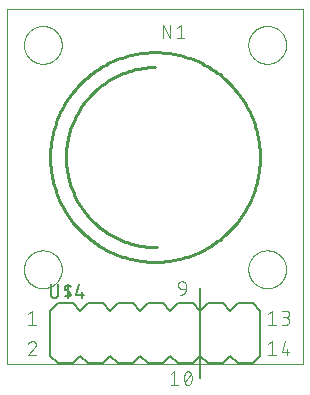
<source format=gto>
G75*
%MOIN*%
%OFA0B0*%
%FSLAX25Y25*%
%IPPOS*%
%LPD*%
%AMOC8*
5,1,8,0,0,1.08239X$1,22.5*
%
%ADD10C,0.00000*%
%ADD11C,0.01000*%
%ADD12C,0.00400*%
%ADD13C,0.00600*%
%ADD14C,0.00500*%
D10*
X0001000Y0010264D02*
X0001000Y0128374D01*
X0099425Y0128374D01*
X0099425Y0010264D01*
X0001000Y0010264D01*
X0006512Y0041760D02*
X0006514Y0041918D01*
X0006520Y0042076D01*
X0006530Y0042234D01*
X0006544Y0042392D01*
X0006562Y0042549D01*
X0006583Y0042706D01*
X0006609Y0042862D01*
X0006639Y0043018D01*
X0006672Y0043173D01*
X0006710Y0043326D01*
X0006751Y0043479D01*
X0006796Y0043631D01*
X0006845Y0043782D01*
X0006898Y0043931D01*
X0006954Y0044079D01*
X0007014Y0044225D01*
X0007078Y0044370D01*
X0007146Y0044513D01*
X0007217Y0044655D01*
X0007291Y0044795D01*
X0007369Y0044932D01*
X0007451Y0045068D01*
X0007535Y0045202D01*
X0007624Y0045333D01*
X0007715Y0045462D01*
X0007810Y0045589D01*
X0007907Y0045714D01*
X0008008Y0045836D01*
X0008112Y0045955D01*
X0008219Y0046072D01*
X0008329Y0046186D01*
X0008442Y0046297D01*
X0008557Y0046406D01*
X0008675Y0046511D01*
X0008796Y0046613D01*
X0008919Y0046713D01*
X0009045Y0046809D01*
X0009173Y0046902D01*
X0009303Y0046992D01*
X0009436Y0047078D01*
X0009571Y0047162D01*
X0009707Y0047241D01*
X0009846Y0047318D01*
X0009987Y0047390D01*
X0010129Y0047460D01*
X0010273Y0047525D01*
X0010419Y0047587D01*
X0010566Y0047645D01*
X0010715Y0047700D01*
X0010865Y0047751D01*
X0011016Y0047798D01*
X0011168Y0047841D01*
X0011321Y0047880D01*
X0011476Y0047916D01*
X0011631Y0047947D01*
X0011787Y0047975D01*
X0011943Y0047999D01*
X0012100Y0048019D01*
X0012258Y0048035D01*
X0012415Y0048047D01*
X0012574Y0048055D01*
X0012732Y0048059D01*
X0012890Y0048059D01*
X0013048Y0048055D01*
X0013207Y0048047D01*
X0013364Y0048035D01*
X0013522Y0048019D01*
X0013679Y0047999D01*
X0013835Y0047975D01*
X0013991Y0047947D01*
X0014146Y0047916D01*
X0014301Y0047880D01*
X0014454Y0047841D01*
X0014606Y0047798D01*
X0014757Y0047751D01*
X0014907Y0047700D01*
X0015056Y0047645D01*
X0015203Y0047587D01*
X0015349Y0047525D01*
X0015493Y0047460D01*
X0015635Y0047390D01*
X0015776Y0047318D01*
X0015915Y0047241D01*
X0016051Y0047162D01*
X0016186Y0047078D01*
X0016319Y0046992D01*
X0016449Y0046902D01*
X0016577Y0046809D01*
X0016703Y0046713D01*
X0016826Y0046613D01*
X0016947Y0046511D01*
X0017065Y0046406D01*
X0017180Y0046297D01*
X0017293Y0046186D01*
X0017403Y0046072D01*
X0017510Y0045955D01*
X0017614Y0045836D01*
X0017715Y0045714D01*
X0017812Y0045589D01*
X0017907Y0045462D01*
X0017998Y0045333D01*
X0018087Y0045202D01*
X0018171Y0045068D01*
X0018253Y0044932D01*
X0018331Y0044795D01*
X0018405Y0044655D01*
X0018476Y0044513D01*
X0018544Y0044370D01*
X0018608Y0044225D01*
X0018668Y0044079D01*
X0018724Y0043931D01*
X0018777Y0043782D01*
X0018826Y0043631D01*
X0018871Y0043479D01*
X0018912Y0043326D01*
X0018950Y0043173D01*
X0018983Y0043018D01*
X0019013Y0042862D01*
X0019039Y0042706D01*
X0019060Y0042549D01*
X0019078Y0042392D01*
X0019092Y0042234D01*
X0019102Y0042076D01*
X0019108Y0041918D01*
X0019110Y0041760D01*
X0019108Y0041602D01*
X0019102Y0041444D01*
X0019092Y0041286D01*
X0019078Y0041128D01*
X0019060Y0040971D01*
X0019039Y0040814D01*
X0019013Y0040658D01*
X0018983Y0040502D01*
X0018950Y0040347D01*
X0018912Y0040194D01*
X0018871Y0040041D01*
X0018826Y0039889D01*
X0018777Y0039738D01*
X0018724Y0039589D01*
X0018668Y0039441D01*
X0018608Y0039295D01*
X0018544Y0039150D01*
X0018476Y0039007D01*
X0018405Y0038865D01*
X0018331Y0038725D01*
X0018253Y0038588D01*
X0018171Y0038452D01*
X0018087Y0038318D01*
X0017998Y0038187D01*
X0017907Y0038058D01*
X0017812Y0037931D01*
X0017715Y0037806D01*
X0017614Y0037684D01*
X0017510Y0037565D01*
X0017403Y0037448D01*
X0017293Y0037334D01*
X0017180Y0037223D01*
X0017065Y0037114D01*
X0016947Y0037009D01*
X0016826Y0036907D01*
X0016703Y0036807D01*
X0016577Y0036711D01*
X0016449Y0036618D01*
X0016319Y0036528D01*
X0016186Y0036442D01*
X0016051Y0036358D01*
X0015915Y0036279D01*
X0015776Y0036202D01*
X0015635Y0036130D01*
X0015493Y0036060D01*
X0015349Y0035995D01*
X0015203Y0035933D01*
X0015056Y0035875D01*
X0014907Y0035820D01*
X0014757Y0035769D01*
X0014606Y0035722D01*
X0014454Y0035679D01*
X0014301Y0035640D01*
X0014146Y0035604D01*
X0013991Y0035573D01*
X0013835Y0035545D01*
X0013679Y0035521D01*
X0013522Y0035501D01*
X0013364Y0035485D01*
X0013207Y0035473D01*
X0013048Y0035465D01*
X0012890Y0035461D01*
X0012732Y0035461D01*
X0012574Y0035465D01*
X0012415Y0035473D01*
X0012258Y0035485D01*
X0012100Y0035501D01*
X0011943Y0035521D01*
X0011787Y0035545D01*
X0011631Y0035573D01*
X0011476Y0035604D01*
X0011321Y0035640D01*
X0011168Y0035679D01*
X0011016Y0035722D01*
X0010865Y0035769D01*
X0010715Y0035820D01*
X0010566Y0035875D01*
X0010419Y0035933D01*
X0010273Y0035995D01*
X0010129Y0036060D01*
X0009987Y0036130D01*
X0009846Y0036202D01*
X0009707Y0036279D01*
X0009571Y0036358D01*
X0009436Y0036442D01*
X0009303Y0036528D01*
X0009173Y0036618D01*
X0009045Y0036711D01*
X0008919Y0036807D01*
X0008796Y0036907D01*
X0008675Y0037009D01*
X0008557Y0037114D01*
X0008442Y0037223D01*
X0008329Y0037334D01*
X0008219Y0037448D01*
X0008112Y0037565D01*
X0008008Y0037684D01*
X0007907Y0037806D01*
X0007810Y0037931D01*
X0007715Y0038058D01*
X0007624Y0038187D01*
X0007535Y0038318D01*
X0007451Y0038452D01*
X0007369Y0038588D01*
X0007291Y0038725D01*
X0007217Y0038865D01*
X0007146Y0039007D01*
X0007078Y0039150D01*
X0007014Y0039295D01*
X0006954Y0039441D01*
X0006898Y0039589D01*
X0006845Y0039738D01*
X0006796Y0039889D01*
X0006751Y0040041D01*
X0006710Y0040194D01*
X0006672Y0040347D01*
X0006639Y0040502D01*
X0006609Y0040658D01*
X0006583Y0040814D01*
X0006562Y0040971D01*
X0006544Y0041128D01*
X0006530Y0041286D01*
X0006520Y0041444D01*
X0006514Y0041602D01*
X0006512Y0041760D01*
X0006512Y0116563D02*
X0006514Y0116721D01*
X0006520Y0116879D01*
X0006530Y0117037D01*
X0006544Y0117195D01*
X0006562Y0117352D01*
X0006583Y0117509D01*
X0006609Y0117665D01*
X0006639Y0117821D01*
X0006672Y0117976D01*
X0006710Y0118129D01*
X0006751Y0118282D01*
X0006796Y0118434D01*
X0006845Y0118585D01*
X0006898Y0118734D01*
X0006954Y0118882D01*
X0007014Y0119028D01*
X0007078Y0119173D01*
X0007146Y0119316D01*
X0007217Y0119458D01*
X0007291Y0119598D01*
X0007369Y0119735D01*
X0007451Y0119871D01*
X0007535Y0120005D01*
X0007624Y0120136D01*
X0007715Y0120265D01*
X0007810Y0120392D01*
X0007907Y0120517D01*
X0008008Y0120639D01*
X0008112Y0120758D01*
X0008219Y0120875D01*
X0008329Y0120989D01*
X0008442Y0121100D01*
X0008557Y0121209D01*
X0008675Y0121314D01*
X0008796Y0121416D01*
X0008919Y0121516D01*
X0009045Y0121612D01*
X0009173Y0121705D01*
X0009303Y0121795D01*
X0009436Y0121881D01*
X0009571Y0121965D01*
X0009707Y0122044D01*
X0009846Y0122121D01*
X0009987Y0122193D01*
X0010129Y0122263D01*
X0010273Y0122328D01*
X0010419Y0122390D01*
X0010566Y0122448D01*
X0010715Y0122503D01*
X0010865Y0122554D01*
X0011016Y0122601D01*
X0011168Y0122644D01*
X0011321Y0122683D01*
X0011476Y0122719D01*
X0011631Y0122750D01*
X0011787Y0122778D01*
X0011943Y0122802D01*
X0012100Y0122822D01*
X0012258Y0122838D01*
X0012415Y0122850D01*
X0012574Y0122858D01*
X0012732Y0122862D01*
X0012890Y0122862D01*
X0013048Y0122858D01*
X0013207Y0122850D01*
X0013364Y0122838D01*
X0013522Y0122822D01*
X0013679Y0122802D01*
X0013835Y0122778D01*
X0013991Y0122750D01*
X0014146Y0122719D01*
X0014301Y0122683D01*
X0014454Y0122644D01*
X0014606Y0122601D01*
X0014757Y0122554D01*
X0014907Y0122503D01*
X0015056Y0122448D01*
X0015203Y0122390D01*
X0015349Y0122328D01*
X0015493Y0122263D01*
X0015635Y0122193D01*
X0015776Y0122121D01*
X0015915Y0122044D01*
X0016051Y0121965D01*
X0016186Y0121881D01*
X0016319Y0121795D01*
X0016449Y0121705D01*
X0016577Y0121612D01*
X0016703Y0121516D01*
X0016826Y0121416D01*
X0016947Y0121314D01*
X0017065Y0121209D01*
X0017180Y0121100D01*
X0017293Y0120989D01*
X0017403Y0120875D01*
X0017510Y0120758D01*
X0017614Y0120639D01*
X0017715Y0120517D01*
X0017812Y0120392D01*
X0017907Y0120265D01*
X0017998Y0120136D01*
X0018087Y0120005D01*
X0018171Y0119871D01*
X0018253Y0119735D01*
X0018331Y0119598D01*
X0018405Y0119458D01*
X0018476Y0119316D01*
X0018544Y0119173D01*
X0018608Y0119028D01*
X0018668Y0118882D01*
X0018724Y0118734D01*
X0018777Y0118585D01*
X0018826Y0118434D01*
X0018871Y0118282D01*
X0018912Y0118129D01*
X0018950Y0117976D01*
X0018983Y0117821D01*
X0019013Y0117665D01*
X0019039Y0117509D01*
X0019060Y0117352D01*
X0019078Y0117195D01*
X0019092Y0117037D01*
X0019102Y0116879D01*
X0019108Y0116721D01*
X0019110Y0116563D01*
X0019108Y0116405D01*
X0019102Y0116247D01*
X0019092Y0116089D01*
X0019078Y0115931D01*
X0019060Y0115774D01*
X0019039Y0115617D01*
X0019013Y0115461D01*
X0018983Y0115305D01*
X0018950Y0115150D01*
X0018912Y0114997D01*
X0018871Y0114844D01*
X0018826Y0114692D01*
X0018777Y0114541D01*
X0018724Y0114392D01*
X0018668Y0114244D01*
X0018608Y0114098D01*
X0018544Y0113953D01*
X0018476Y0113810D01*
X0018405Y0113668D01*
X0018331Y0113528D01*
X0018253Y0113391D01*
X0018171Y0113255D01*
X0018087Y0113121D01*
X0017998Y0112990D01*
X0017907Y0112861D01*
X0017812Y0112734D01*
X0017715Y0112609D01*
X0017614Y0112487D01*
X0017510Y0112368D01*
X0017403Y0112251D01*
X0017293Y0112137D01*
X0017180Y0112026D01*
X0017065Y0111917D01*
X0016947Y0111812D01*
X0016826Y0111710D01*
X0016703Y0111610D01*
X0016577Y0111514D01*
X0016449Y0111421D01*
X0016319Y0111331D01*
X0016186Y0111245D01*
X0016051Y0111161D01*
X0015915Y0111082D01*
X0015776Y0111005D01*
X0015635Y0110933D01*
X0015493Y0110863D01*
X0015349Y0110798D01*
X0015203Y0110736D01*
X0015056Y0110678D01*
X0014907Y0110623D01*
X0014757Y0110572D01*
X0014606Y0110525D01*
X0014454Y0110482D01*
X0014301Y0110443D01*
X0014146Y0110407D01*
X0013991Y0110376D01*
X0013835Y0110348D01*
X0013679Y0110324D01*
X0013522Y0110304D01*
X0013364Y0110288D01*
X0013207Y0110276D01*
X0013048Y0110268D01*
X0012890Y0110264D01*
X0012732Y0110264D01*
X0012574Y0110268D01*
X0012415Y0110276D01*
X0012258Y0110288D01*
X0012100Y0110304D01*
X0011943Y0110324D01*
X0011787Y0110348D01*
X0011631Y0110376D01*
X0011476Y0110407D01*
X0011321Y0110443D01*
X0011168Y0110482D01*
X0011016Y0110525D01*
X0010865Y0110572D01*
X0010715Y0110623D01*
X0010566Y0110678D01*
X0010419Y0110736D01*
X0010273Y0110798D01*
X0010129Y0110863D01*
X0009987Y0110933D01*
X0009846Y0111005D01*
X0009707Y0111082D01*
X0009571Y0111161D01*
X0009436Y0111245D01*
X0009303Y0111331D01*
X0009173Y0111421D01*
X0009045Y0111514D01*
X0008919Y0111610D01*
X0008796Y0111710D01*
X0008675Y0111812D01*
X0008557Y0111917D01*
X0008442Y0112026D01*
X0008329Y0112137D01*
X0008219Y0112251D01*
X0008112Y0112368D01*
X0008008Y0112487D01*
X0007907Y0112609D01*
X0007810Y0112734D01*
X0007715Y0112861D01*
X0007624Y0112990D01*
X0007535Y0113121D01*
X0007451Y0113255D01*
X0007369Y0113391D01*
X0007291Y0113528D01*
X0007217Y0113668D01*
X0007146Y0113810D01*
X0007078Y0113953D01*
X0007014Y0114098D01*
X0006954Y0114244D01*
X0006898Y0114392D01*
X0006845Y0114541D01*
X0006796Y0114692D01*
X0006751Y0114844D01*
X0006710Y0114997D01*
X0006672Y0115150D01*
X0006639Y0115305D01*
X0006609Y0115461D01*
X0006583Y0115617D01*
X0006562Y0115774D01*
X0006544Y0115931D01*
X0006530Y0116089D01*
X0006520Y0116247D01*
X0006514Y0116405D01*
X0006512Y0116563D01*
X0081315Y0116563D02*
X0081317Y0116721D01*
X0081323Y0116879D01*
X0081333Y0117037D01*
X0081347Y0117195D01*
X0081365Y0117352D01*
X0081386Y0117509D01*
X0081412Y0117665D01*
X0081442Y0117821D01*
X0081475Y0117976D01*
X0081513Y0118129D01*
X0081554Y0118282D01*
X0081599Y0118434D01*
X0081648Y0118585D01*
X0081701Y0118734D01*
X0081757Y0118882D01*
X0081817Y0119028D01*
X0081881Y0119173D01*
X0081949Y0119316D01*
X0082020Y0119458D01*
X0082094Y0119598D01*
X0082172Y0119735D01*
X0082254Y0119871D01*
X0082338Y0120005D01*
X0082427Y0120136D01*
X0082518Y0120265D01*
X0082613Y0120392D01*
X0082710Y0120517D01*
X0082811Y0120639D01*
X0082915Y0120758D01*
X0083022Y0120875D01*
X0083132Y0120989D01*
X0083245Y0121100D01*
X0083360Y0121209D01*
X0083478Y0121314D01*
X0083599Y0121416D01*
X0083722Y0121516D01*
X0083848Y0121612D01*
X0083976Y0121705D01*
X0084106Y0121795D01*
X0084239Y0121881D01*
X0084374Y0121965D01*
X0084510Y0122044D01*
X0084649Y0122121D01*
X0084790Y0122193D01*
X0084932Y0122263D01*
X0085076Y0122328D01*
X0085222Y0122390D01*
X0085369Y0122448D01*
X0085518Y0122503D01*
X0085668Y0122554D01*
X0085819Y0122601D01*
X0085971Y0122644D01*
X0086124Y0122683D01*
X0086279Y0122719D01*
X0086434Y0122750D01*
X0086590Y0122778D01*
X0086746Y0122802D01*
X0086903Y0122822D01*
X0087061Y0122838D01*
X0087218Y0122850D01*
X0087377Y0122858D01*
X0087535Y0122862D01*
X0087693Y0122862D01*
X0087851Y0122858D01*
X0088010Y0122850D01*
X0088167Y0122838D01*
X0088325Y0122822D01*
X0088482Y0122802D01*
X0088638Y0122778D01*
X0088794Y0122750D01*
X0088949Y0122719D01*
X0089104Y0122683D01*
X0089257Y0122644D01*
X0089409Y0122601D01*
X0089560Y0122554D01*
X0089710Y0122503D01*
X0089859Y0122448D01*
X0090006Y0122390D01*
X0090152Y0122328D01*
X0090296Y0122263D01*
X0090438Y0122193D01*
X0090579Y0122121D01*
X0090718Y0122044D01*
X0090854Y0121965D01*
X0090989Y0121881D01*
X0091122Y0121795D01*
X0091252Y0121705D01*
X0091380Y0121612D01*
X0091506Y0121516D01*
X0091629Y0121416D01*
X0091750Y0121314D01*
X0091868Y0121209D01*
X0091983Y0121100D01*
X0092096Y0120989D01*
X0092206Y0120875D01*
X0092313Y0120758D01*
X0092417Y0120639D01*
X0092518Y0120517D01*
X0092615Y0120392D01*
X0092710Y0120265D01*
X0092801Y0120136D01*
X0092890Y0120005D01*
X0092974Y0119871D01*
X0093056Y0119735D01*
X0093134Y0119598D01*
X0093208Y0119458D01*
X0093279Y0119316D01*
X0093347Y0119173D01*
X0093411Y0119028D01*
X0093471Y0118882D01*
X0093527Y0118734D01*
X0093580Y0118585D01*
X0093629Y0118434D01*
X0093674Y0118282D01*
X0093715Y0118129D01*
X0093753Y0117976D01*
X0093786Y0117821D01*
X0093816Y0117665D01*
X0093842Y0117509D01*
X0093863Y0117352D01*
X0093881Y0117195D01*
X0093895Y0117037D01*
X0093905Y0116879D01*
X0093911Y0116721D01*
X0093913Y0116563D01*
X0093911Y0116405D01*
X0093905Y0116247D01*
X0093895Y0116089D01*
X0093881Y0115931D01*
X0093863Y0115774D01*
X0093842Y0115617D01*
X0093816Y0115461D01*
X0093786Y0115305D01*
X0093753Y0115150D01*
X0093715Y0114997D01*
X0093674Y0114844D01*
X0093629Y0114692D01*
X0093580Y0114541D01*
X0093527Y0114392D01*
X0093471Y0114244D01*
X0093411Y0114098D01*
X0093347Y0113953D01*
X0093279Y0113810D01*
X0093208Y0113668D01*
X0093134Y0113528D01*
X0093056Y0113391D01*
X0092974Y0113255D01*
X0092890Y0113121D01*
X0092801Y0112990D01*
X0092710Y0112861D01*
X0092615Y0112734D01*
X0092518Y0112609D01*
X0092417Y0112487D01*
X0092313Y0112368D01*
X0092206Y0112251D01*
X0092096Y0112137D01*
X0091983Y0112026D01*
X0091868Y0111917D01*
X0091750Y0111812D01*
X0091629Y0111710D01*
X0091506Y0111610D01*
X0091380Y0111514D01*
X0091252Y0111421D01*
X0091122Y0111331D01*
X0090989Y0111245D01*
X0090854Y0111161D01*
X0090718Y0111082D01*
X0090579Y0111005D01*
X0090438Y0110933D01*
X0090296Y0110863D01*
X0090152Y0110798D01*
X0090006Y0110736D01*
X0089859Y0110678D01*
X0089710Y0110623D01*
X0089560Y0110572D01*
X0089409Y0110525D01*
X0089257Y0110482D01*
X0089104Y0110443D01*
X0088949Y0110407D01*
X0088794Y0110376D01*
X0088638Y0110348D01*
X0088482Y0110324D01*
X0088325Y0110304D01*
X0088167Y0110288D01*
X0088010Y0110276D01*
X0087851Y0110268D01*
X0087693Y0110264D01*
X0087535Y0110264D01*
X0087377Y0110268D01*
X0087218Y0110276D01*
X0087061Y0110288D01*
X0086903Y0110304D01*
X0086746Y0110324D01*
X0086590Y0110348D01*
X0086434Y0110376D01*
X0086279Y0110407D01*
X0086124Y0110443D01*
X0085971Y0110482D01*
X0085819Y0110525D01*
X0085668Y0110572D01*
X0085518Y0110623D01*
X0085369Y0110678D01*
X0085222Y0110736D01*
X0085076Y0110798D01*
X0084932Y0110863D01*
X0084790Y0110933D01*
X0084649Y0111005D01*
X0084510Y0111082D01*
X0084374Y0111161D01*
X0084239Y0111245D01*
X0084106Y0111331D01*
X0083976Y0111421D01*
X0083848Y0111514D01*
X0083722Y0111610D01*
X0083599Y0111710D01*
X0083478Y0111812D01*
X0083360Y0111917D01*
X0083245Y0112026D01*
X0083132Y0112137D01*
X0083022Y0112251D01*
X0082915Y0112368D01*
X0082811Y0112487D01*
X0082710Y0112609D01*
X0082613Y0112734D01*
X0082518Y0112861D01*
X0082427Y0112990D01*
X0082338Y0113121D01*
X0082254Y0113255D01*
X0082172Y0113391D01*
X0082094Y0113528D01*
X0082020Y0113668D01*
X0081949Y0113810D01*
X0081881Y0113953D01*
X0081817Y0114098D01*
X0081757Y0114244D01*
X0081701Y0114392D01*
X0081648Y0114541D01*
X0081599Y0114692D01*
X0081554Y0114844D01*
X0081513Y0114997D01*
X0081475Y0115150D01*
X0081442Y0115305D01*
X0081412Y0115461D01*
X0081386Y0115617D01*
X0081365Y0115774D01*
X0081347Y0115931D01*
X0081333Y0116089D01*
X0081323Y0116247D01*
X0081317Y0116405D01*
X0081315Y0116563D01*
X0081315Y0041760D02*
X0081317Y0041918D01*
X0081323Y0042076D01*
X0081333Y0042234D01*
X0081347Y0042392D01*
X0081365Y0042549D01*
X0081386Y0042706D01*
X0081412Y0042862D01*
X0081442Y0043018D01*
X0081475Y0043173D01*
X0081513Y0043326D01*
X0081554Y0043479D01*
X0081599Y0043631D01*
X0081648Y0043782D01*
X0081701Y0043931D01*
X0081757Y0044079D01*
X0081817Y0044225D01*
X0081881Y0044370D01*
X0081949Y0044513D01*
X0082020Y0044655D01*
X0082094Y0044795D01*
X0082172Y0044932D01*
X0082254Y0045068D01*
X0082338Y0045202D01*
X0082427Y0045333D01*
X0082518Y0045462D01*
X0082613Y0045589D01*
X0082710Y0045714D01*
X0082811Y0045836D01*
X0082915Y0045955D01*
X0083022Y0046072D01*
X0083132Y0046186D01*
X0083245Y0046297D01*
X0083360Y0046406D01*
X0083478Y0046511D01*
X0083599Y0046613D01*
X0083722Y0046713D01*
X0083848Y0046809D01*
X0083976Y0046902D01*
X0084106Y0046992D01*
X0084239Y0047078D01*
X0084374Y0047162D01*
X0084510Y0047241D01*
X0084649Y0047318D01*
X0084790Y0047390D01*
X0084932Y0047460D01*
X0085076Y0047525D01*
X0085222Y0047587D01*
X0085369Y0047645D01*
X0085518Y0047700D01*
X0085668Y0047751D01*
X0085819Y0047798D01*
X0085971Y0047841D01*
X0086124Y0047880D01*
X0086279Y0047916D01*
X0086434Y0047947D01*
X0086590Y0047975D01*
X0086746Y0047999D01*
X0086903Y0048019D01*
X0087061Y0048035D01*
X0087218Y0048047D01*
X0087377Y0048055D01*
X0087535Y0048059D01*
X0087693Y0048059D01*
X0087851Y0048055D01*
X0088010Y0048047D01*
X0088167Y0048035D01*
X0088325Y0048019D01*
X0088482Y0047999D01*
X0088638Y0047975D01*
X0088794Y0047947D01*
X0088949Y0047916D01*
X0089104Y0047880D01*
X0089257Y0047841D01*
X0089409Y0047798D01*
X0089560Y0047751D01*
X0089710Y0047700D01*
X0089859Y0047645D01*
X0090006Y0047587D01*
X0090152Y0047525D01*
X0090296Y0047460D01*
X0090438Y0047390D01*
X0090579Y0047318D01*
X0090718Y0047241D01*
X0090854Y0047162D01*
X0090989Y0047078D01*
X0091122Y0046992D01*
X0091252Y0046902D01*
X0091380Y0046809D01*
X0091506Y0046713D01*
X0091629Y0046613D01*
X0091750Y0046511D01*
X0091868Y0046406D01*
X0091983Y0046297D01*
X0092096Y0046186D01*
X0092206Y0046072D01*
X0092313Y0045955D01*
X0092417Y0045836D01*
X0092518Y0045714D01*
X0092615Y0045589D01*
X0092710Y0045462D01*
X0092801Y0045333D01*
X0092890Y0045202D01*
X0092974Y0045068D01*
X0093056Y0044932D01*
X0093134Y0044795D01*
X0093208Y0044655D01*
X0093279Y0044513D01*
X0093347Y0044370D01*
X0093411Y0044225D01*
X0093471Y0044079D01*
X0093527Y0043931D01*
X0093580Y0043782D01*
X0093629Y0043631D01*
X0093674Y0043479D01*
X0093715Y0043326D01*
X0093753Y0043173D01*
X0093786Y0043018D01*
X0093816Y0042862D01*
X0093842Y0042706D01*
X0093863Y0042549D01*
X0093881Y0042392D01*
X0093895Y0042234D01*
X0093905Y0042076D01*
X0093911Y0041918D01*
X0093913Y0041760D01*
X0093911Y0041602D01*
X0093905Y0041444D01*
X0093895Y0041286D01*
X0093881Y0041128D01*
X0093863Y0040971D01*
X0093842Y0040814D01*
X0093816Y0040658D01*
X0093786Y0040502D01*
X0093753Y0040347D01*
X0093715Y0040194D01*
X0093674Y0040041D01*
X0093629Y0039889D01*
X0093580Y0039738D01*
X0093527Y0039589D01*
X0093471Y0039441D01*
X0093411Y0039295D01*
X0093347Y0039150D01*
X0093279Y0039007D01*
X0093208Y0038865D01*
X0093134Y0038725D01*
X0093056Y0038588D01*
X0092974Y0038452D01*
X0092890Y0038318D01*
X0092801Y0038187D01*
X0092710Y0038058D01*
X0092615Y0037931D01*
X0092518Y0037806D01*
X0092417Y0037684D01*
X0092313Y0037565D01*
X0092206Y0037448D01*
X0092096Y0037334D01*
X0091983Y0037223D01*
X0091868Y0037114D01*
X0091750Y0037009D01*
X0091629Y0036907D01*
X0091506Y0036807D01*
X0091380Y0036711D01*
X0091252Y0036618D01*
X0091122Y0036528D01*
X0090989Y0036442D01*
X0090854Y0036358D01*
X0090718Y0036279D01*
X0090579Y0036202D01*
X0090438Y0036130D01*
X0090296Y0036060D01*
X0090152Y0035995D01*
X0090006Y0035933D01*
X0089859Y0035875D01*
X0089710Y0035820D01*
X0089560Y0035769D01*
X0089409Y0035722D01*
X0089257Y0035679D01*
X0089104Y0035640D01*
X0088949Y0035604D01*
X0088794Y0035573D01*
X0088638Y0035545D01*
X0088482Y0035521D01*
X0088325Y0035501D01*
X0088167Y0035485D01*
X0088010Y0035473D01*
X0087851Y0035465D01*
X0087693Y0035461D01*
X0087535Y0035461D01*
X0087377Y0035465D01*
X0087218Y0035473D01*
X0087061Y0035485D01*
X0086903Y0035501D01*
X0086746Y0035521D01*
X0086590Y0035545D01*
X0086434Y0035573D01*
X0086279Y0035604D01*
X0086124Y0035640D01*
X0085971Y0035679D01*
X0085819Y0035722D01*
X0085668Y0035769D01*
X0085518Y0035820D01*
X0085369Y0035875D01*
X0085222Y0035933D01*
X0085076Y0035995D01*
X0084932Y0036060D01*
X0084790Y0036130D01*
X0084649Y0036202D01*
X0084510Y0036279D01*
X0084374Y0036358D01*
X0084239Y0036442D01*
X0084106Y0036528D01*
X0083976Y0036618D01*
X0083848Y0036711D01*
X0083722Y0036807D01*
X0083599Y0036907D01*
X0083478Y0037009D01*
X0083360Y0037114D01*
X0083245Y0037223D01*
X0083132Y0037334D01*
X0083022Y0037448D01*
X0082915Y0037565D01*
X0082811Y0037684D01*
X0082710Y0037806D01*
X0082613Y0037931D01*
X0082518Y0038058D01*
X0082427Y0038187D01*
X0082338Y0038318D01*
X0082254Y0038452D01*
X0082172Y0038588D01*
X0082094Y0038725D01*
X0082020Y0038865D01*
X0081949Y0039007D01*
X0081881Y0039150D01*
X0081817Y0039295D01*
X0081757Y0039441D01*
X0081701Y0039589D01*
X0081648Y0039738D01*
X0081599Y0039889D01*
X0081554Y0040041D01*
X0081513Y0040194D01*
X0081475Y0040347D01*
X0081442Y0040502D01*
X0081412Y0040658D01*
X0081386Y0040814D01*
X0081365Y0040971D01*
X0081347Y0041128D01*
X0081333Y0041286D01*
X0081323Y0041444D01*
X0081317Y0041602D01*
X0081315Y0041760D01*
D11*
X0050838Y0049162D02*
X0050107Y0049163D01*
X0049377Y0049182D01*
X0048647Y0049219D01*
X0047918Y0049273D01*
X0047191Y0049346D01*
X0046466Y0049436D01*
X0045744Y0049543D01*
X0045024Y0049669D01*
X0044307Y0049811D01*
X0043594Y0049972D01*
X0042885Y0050149D01*
X0042181Y0050344D01*
X0041482Y0050555D01*
X0040788Y0050784D01*
X0040100Y0051029D01*
X0039418Y0051292D01*
X0038743Y0051570D01*
X0038074Y0051866D01*
X0037413Y0052177D01*
X0036760Y0052504D01*
X0036115Y0052847D01*
X0035478Y0053206D01*
X0034851Y0053580D01*
X0034232Y0053969D01*
X0033624Y0054373D01*
X0033025Y0054792D01*
X0032437Y0055226D01*
X0031859Y0055673D01*
X0031293Y0056135D01*
X0030738Y0056610D01*
X0030195Y0057098D01*
X0029663Y0057600D01*
X0029145Y0058114D01*
X0028638Y0058641D01*
X0028145Y0059180D01*
X0027665Y0059731D01*
X0027199Y0060294D01*
X0026746Y0060867D01*
X0026308Y0061452D01*
X0025884Y0062047D01*
X0025474Y0062652D01*
X0025080Y0063267D01*
X0024700Y0063891D01*
X0024336Y0064524D01*
X0023987Y0065167D01*
X0023654Y0065817D01*
X0023337Y0066475D01*
X0023037Y0067141D01*
X0022752Y0067814D01*
X0022484Y0068494D01*
X0022232Y0069180D01*
X0021998Y0069872D01*
X0021780Y0070569D01*
X0021579Y0071271D01*
X0021396Y0071979D01*
X0021229Y0072690D01*
X0021080Y0073405D01*
X0020949Y0074124D01*
X0020835Y0074846D01*
X0020739Y0075570D01*
X0020660Y0076296D01*
X0020599Y0077025D01*
X0020556Y0077754D01*
X0020531Y0078484D01*
X0020523Y0079215D01*
X0020533Y0079945D01*
X0020561Y0080675D01*
X0020607Y0081405D01*
X0020670Y0082132D01*
X0020752Y0082859D01*
X0020850Y0083582D01*
X0020967Y0084304D01*
X0021101Y0085022D01*
X0021252Y0085737D01*
X0021421Y0086448D01*
X0021607Y0087154D01*
X0021810Y0087856D01*
X0022031Y0088553D01*
X0022268Y0089244D01*
X0022522Y0089929D01*
X0022792Y0090608D01*
X0023079Y0091280D01*
X0023382Y0091944D01*
X0023701Y0092601D01*
X0024037Y0093251D01*
X0024388Y0093891D01*
X0024754Y0094524D01*
X0025136Y0095147D01*
X0025533Y0095760D01*
X0025944Y0096364D01*
X0026370Y0096957D01*
X0026811Y0097540D01*
X0027265Y0098112D01*
X0027734Y0098673D01*
X0028216Y0099222D01*
X0028711Y0099759D01*
X0029219Y0100285D01*
X0029739Y0100797D01*
X0030272Y0101297D01*
X0030817Y0101783D01*
X0031374Y0102257D01*
X0031942Y0102716D01*
X0032521Y0103162D01*
X0033111Y0103593D01*
X0033711Y0104010D01*
X0034321Y0104412D01*
X0034941Y0104799D01*
X0035570Y0105171D01*
X0036207Y0105527D01*
X0036854Y0105868D01*
X0037508Y0106193D01*
X0038170Y0106502D01*
X0038840Y0106795D01*
X0039516Y0107071D01*
X0040199Y0107331D01*
X0040888Y0107574D01*
X0041583Y0107800D01*
X0042283Y0108010D01*
X0042988Y0108202D01*
X0043697Y0108377D01*
X0044410Y0108534D01*
X0045127Y0108674D01*
X0045848Y0108797D01*
X0046571Y0108902D01*
X0047296Y0108990D01*
X0048023Y0109060D01*
X0048752Y0109112D01*
X0049482Y0109146D01*
X0050212Y0109162D01*
X0015274Y0079161D02*
X0015285Y0080018D01*
X0015316Y0080875D01*
X0015369Y0081731D01*
X0015442Y0082586D01*
X0015537Y0083438D01*
X0015652Y0084288D01*
X0015788Y0085134D01*
X0015945Y0085977D01*
X0016123Y0086816D01*
X0016321Y0087650D01*
X0016540Y0088480D01*
X0016778Y0089303D01*
X0017037Y0090121D01*
X0017316Y0090932D01*
X0017615Y0091735D01*
X0017934Y0092532D01*
X0018271Y0093320D01*
X0018629Y0094099D01*
X0019005Y0094870D01*
X0019400Y0095631D01*
X0019813Y0096382D01*
X0020245Y0097123D01*
X0020695Y0097853D01*
X0021162Y0098572D01*
X0021647Y0099279D01*
X0022150Y0099974D01*
X0022669Y0100657D01*
X0023205Y0101326D01*
X0023757Y0101982D01*
X0024325Y0102625D01*
X0024909Y0103253D01*
X0025507Y0103867D01*
X0026121Y0104465D01*
X0026749Y0105049D01*
X0027392Y0105617D01*
X0028048Y0106169D01*
X0028717Y0106705D01*
X0029400Y0107224D01*
X0030095Y0107727D01*
X0030802Y0108212D01*
X0031521Y0108679D01*
X0032251Y0109129D01*
X0032992Y0109561D01*
X0033743Y0109974D01*
X0034504Y0110369D01*
X0035275Y0110745D01*
X0036054Y0111103D01*
X0036842Y0111440D01*
X0037639Y0111759D01*
X0038442Y0112058D01*
X0039253Y0112337D01*
X0040071Y0112596D01*
X0040894Y0112834D01*
X0041724Y0113053D01*
X0042558Y0113251D01*
X0043397Y0113429D01*
X0044240Y0113586D01*
X0045086Y0113722D01*
X0045936Y0113837D01*
X0046788Y0113932D01*
X0047643Y0114005D01*
X0048499Y0114058D01*
X0049356Y0114089D01*
X0050213Y0114100D01*
X0051070Y0114089D01*
X0051927Y0114058D01*
X0052783Y0114005D01*
X0053638Y0113932D01*
X0054490Y0113837D01*
X0055340Y0113722D01*
X0056186Y0113586D01*
X0057029Y0113429D01*
X0057868Y0113251D01*
X0058702Y0113053D01*
X0059532Y0112834D01*
X0060355Y0112596D01*
X0061173Y0112337D01*
X0061984Y0112058D01*
X0062787Y0111759D01*
X0063584Y0111440D01*
X0064372Y0111103D01*
X0065151Y0110745D01*
X0065922Y0110369D01*
X0066683Y0109974D01*
X0067434Y0109561D01*
X0068175Y0109129D01*
X0068905Y0108679D01*
X0069624Y0108212D01*
X0070331Y0107727D01*
X0071026Y0107224D01*
X0071709Y0106705D01*
X0072378Y0106169D01*
X0073034Y0105617D01*
X0073677Y0105049D01*
X0074305Y0104465D01*
X0074919Y0103867D01*
X0075517Y0103253D01*
X0076101Y0102625D01*
X0076669Y0101982D01*
X0077221Y0101326D01*
X0077757Y0100657D01*
X0078276Y0099974D01*
X0078779Y0099279D01*
X0079264Y0098572D01*
X0079731Y0097853D01*
X0080181Y0097123D01*
X0080613Y0096382D01*
X0081026Y0095631D01*
X0081421Y0094870D01*
X0081797Y0094099D01*
X0082155Y0093320D01*
X0082492Y0092532D01*
X0082811Y0091735D01*
X0083110Y0090932D01*
X0083389Y0090121D01*
X0083648Y0089303D01*
X0083886Y0088480D01*
X0084105Y0087650D01*
X0084303Y0086816D01*
X0084481Y0085977D01*
X0084638Y0085134D01*
X0084774Y0084288D01*
X0084889Y0083438D01*
X0084984Y0082586D01*
X0085057Y0081731D01*
X0085110Y0080875D01*
X0085141Y0080018D01*
X0085152Y0079161D01*
X0085141Y0078304D01*
X0085110Y0077447D01*
X0085057Y0076591D01*
X0084984Y0075736D01*
X0084889Y0074884D01*
X0084774Y0074034D01*
X0084638Y0073188D01*
X0084481Y0072345D01*
X0084303Y0071506D01*
X0084105Y0070672D01*
X0083886Y0069842D01*
X0083648Y0069019D01*
X0083389Y0068201D01*
X0083110Y0067390D01*
X0082811Y0066587D01*
X0082492Y0065790D01*
X0082155Y0065002D01*
X0081797Y0064223D01*
X0081421Y0063452D01*
X0081026Y0062691D01*
X0080613Y0061940D01*
X0080181Y0061199D01*
X0079731Y0060469D01*
X0079264Y0059750D01*
X0078779Y0059043D01*
X0078276Y0058348D01*
X0077757Y0057665D01*
X0077221Y0056996D01*
X0076669Y0056340D01*
X0076101Y0055697D01*
X0075517Y0055069D01*
X0074919Y0054455D01*
X0074305Y0053857D01*
X0073677Y0053273D01*
X0073034Y0052705D01*
X0072378Y0052153D01*
X0071709Y0051617D01*
X0071026Y0051098D01*
X0070331Y0050595D01*
X0069624Y0050110D01*
X0068905Y0049643D01*
X0068175Y0049193D01*
X0067434Y0048761D01*
X0066683Y0048348D01*
X0065922Y0047953D01*
X0065151Y0047577D01*
X0064372Y0047219D01*
X0063584Y0046882D01*
X0062787Y0046563D01*
X0061984Y0046264D01*
X0061173Y0045985D01*
X0060355Y0045726D01*
X0059532Y0045488D01*
X0058702Y0045269D01*
X0057868Y0045071D01*
X0057029Y0044893D01*
X0056186Y0044736D01*
X0055340Y0044600D01*
X0054490Y0044485D01*
X0053638Y0044390D01*
X0052783Y0044317D01*
X0051927Y0044264D01*
X0051070Y0044233D01*
X0050213Y0044222D01*
X0049356Y0044233D01*
X0048499Y0044264D01*
X0047643Y0044317D01*
X0046788Y0044390D01*
X0045936Y0044485D01*
X0045086Y0044600D01*
X0044240Y0044736D01*
X0043397Y0044893D01*
X0042558Y0045071D01*
X0041724Y0045269D01*
X0040894Y0045488D01*
X0040071Y0045726D01*
X0039253Y0045985D01*
X0038442Y0046264D01*
X0037639Y0046563D01*
X0036842Y0046882D01*
X0036054Y0047219D01*
X0035275Y0047577D01*
X0034504Y0047953D01*
X0033743Y0048348D01*
X0032992Y0048761D01*
X0032251Y0049193D01*
X0031521Y0049643D01*
X0030802Y0050110D01*
X0030095Y0050595D01*
X0029400Y0051098D01*
X0028717Y0051617D01*
X0028048Y0052153D01*
X0027392Y0052705D01*
X0026749Y0053273D01*
X0026121Y0053857D01*
X0025507Y0054455D01*
X0024909Y0055069D01*
X0024325Y0055697D01*
X0023757Y0056340D01*
X0023205Y0056996D01*
X0022669Y0057665D01*
X0022150Y0058348D01*
X0021647Y0059043D01*
X0021162Y0059750D01*
X0020695Y0060469D01*
X0020245Y0061199D01*
X0019813Y0061940D01*
X0019400Y0062691D01*
X0019005Y0063452D01*
X0018629Y0064223D01*
X0018271Y0065002D01*
X0017934Y0065790D01*
X0017615Y0066587D01*
X0017316Y0067390D01*
X0017037Y0068201D01*
X0016778Y0069019D01*
X0016540Y0069842D01*
X0016321Y0070672D01*
X0016123Y0071506D01*
X0015945Y0072345D01*
X0015788Y0073188D01*
X0015652Y0074034D01*
X0015537Y0074884D01*
X0015442Y0075736D01*
X0015369Y0076591D01*
X0015316Y0077447D01*
X0015285Y0078304D01*
X0015274Y0079161D01*
D12*
X0052807Y0118737D02*
X0052807Y0123337D01*
X0055363Y0118737D01*
X0055363Y0123337D01*
X0057457Y0122314D02*
X0058735Y0123337D01*
X0058735Y0118737D01*
X0057457Y0118737D02*
X0060013Y0118737D01*
X0060468Y0036522D02*
X0060468Y0035244D01*
X0058935Y0035244D01*
X0060468Y0035244D02*
X0060466Y0035155D01*
X0060460Y0035066D01*
X0060451Y0034977D01*
X0060437Y0034889D01*
X0060420Y0034802D01*
X0060398Y0034715D01*
X0060373Y0034629D01*
X0060345Y0034545D01*
X0060312Y0034462D01*
X0060276Y0034380D01*
X0060237Y0034300D01*
X0060194Y0034222D01*
X0060148Y0034146D01*
X0060098Y0034072D01*
X0060046Y0034000D01*
X0059990Y0033930D01*
X0059931Y0033863D01*
X0059869Y0033799D01*
X0059805Y0033737D01*
X0059738Y0033678D01*
X0059668Y0033622D01*
X0059596Y0033570D01*
X0059522Y0033520D01*
X0059446Y0033474D01*
X0059368Y0033431D01*
X0059288Y0033392D01*
X0059206Y0033356D01*
X0059123Y0033323D01*
X0059039Y0033295D01*
X0058953Y0033270D01*
X0058866Y0033248D01*
X0058779Y0033231D01*
X0058691Y0033217D01*
X0058602Y0033208D01*
X0058513Y0033202D01*
X0058424Y0033200D01*
X0058935Y0035245D02*
X0058873Y0035247D01*
X0058812Y0035252D01*
X0058751Y0035262D01*
X0058690Y0035275D01*
X0058631Y0035291D01*
X0058573Y0035311D01*
X0058516Y0035335D01*
X0058460Y0035362D01*
X0058406Y0035392D01*
X0058354Y0035426D01*
X0058305Y0035462D01*
X0058257Y0035502D01*
X0058212Y0035544D01*
X0058170Y0035589D01*
X0058130Y0035637D01*
X0058094Y0035686D01*
X0058060Y0035738D01*
X0058030Y0035792D01*
X0058003Y0035848D01*
X0057979Y0035905D01*
X0057959Y0035963D01*
X0057943Y0036022D01*
X0057930Y0036083D01*
X0057920Y0036144D01*
X0057915Y0036205D01*
X0057913Y0036267D01*
X0057913Y0036522D01*
X0057912Y0036522D02*
X0057914Y0036592D01*
X0057920Y0036663D01*
X0057929Y0036732D01*
X0057943Y0036801D01*
X0057960Y0036870D01*
X0057981Y0036937D01*
X0058006Y0037003D01*
X0058034Y0037067D01*
X0058066Y0037130D01*
X0058101Y0037191D01*
X0058140Y0037250D01*
X0058181Y0037307D01*
X0058226Y0037361D01*
X0058274Y0037413D01*
X0058324Y0037462D01*
X0058378Y0037509D01*
X0058433Y0037552D01*
X0058491Y0037592D01*
X0058551Y0037629D01*
X0058613Y0037662D01*
X0058677Y0037692D01*
X0058742Y0037719D01*
X0058808Y0037742D01*
X0058876Y0037761D01*
X0058945Y0037776D01*
X0059014Y0037788D01*
X0059084Y0037796D01*
X0059155Y0037800D01*
X0059225Y0037800D01*
X0059296Y0037796D01*
X0059366Y0037788D01*
X0059435Y0037776D01*
X0059504Y0037761D01*
X0059572Y0037742D01*
X0059638Y0037719D01*
X0059703Y0037692D01*
X0059767Y0037662D01*
X0059829Y0037629D01*
X0059889Y0037592D01*
X0059947Y0037552D01*
X0060002Y0037509D01*
X0060056Y0037462D01*
X0060106Y0037413D01*
X0060154Y0037361D01*
X0060199Y0037307D01*
X0060240Y0037250D01*
X0060279Y0037191D01*
X0060314Y0037130D01*
X0060346Y0037067D01*
X0060374Y0037003D01*
X0060399Y0036937D01*
X0060420Y0036870D01*
X0060437Y0036801D01*
X0060451Y0036732D01*
X0060460Y0036663D01*
X0060466Y0036592D01*
X0060468Y0036522D01*
X0056690Y0007800D02*
X0056690Y0003200D01*
X0055413Y0003200D02*
X0057968Y0003200D01*
X0062085Y0003839D02*
X0062133Y0003943D01*
X0062179Y0004048D01*
X0062221Y0004154D01*
X0062260Y0004262D01*
X0062296Y0004371D01*
X0062328Y0004481D01*
X0062358Y0004592D01*
X0062383Y0004704D01*
X0062406Y0004816D01*
X0062425Y0004929D01*
X0062440Y0005043D01*
X0062452Y0005157D01*
X0062461Y0005271D01*
X0062466Y0005385D01*
X0062468Y0005500D01*
X0059912Y0005500D02*
X0059914Y0005615D01*
X0059919Y0005729D01*
X0059928Y0005843D01*
X0059940Y0005957D01*
X0059955Y0006071D01*
X0059974Y0006184D01*
X0059997Y0006296D01*
X0060022Y0006408D01*
X0060052Y0006519D01*
X0060084Y0006629D01*
X0060120Y0006738D01*
X0060159Y0006846D01*
X0060201Y0006952D01*
X0060247Y0007057D01*
X0060295Y0007161D01*
X0061190Y0007800D02*
X0061249Y0007798D01*
X0061307Y0007793D01*
X0061365Y0007784D01*
X0061422Y0007771D01*
X0061479Y0007755D01*
X0061534Y0007735D01*
X0061588Y0007712D01*
X0061640Y0007686D01*
X0061691Y0007656D01*
X0061740Y0007624D01*
X0061787Y0007588D01*
X0061831Y0007550D01*
X0061873Y0007509D01*
X0061912Y0007465D01*
X0061949Y0007419D01*
X0061982Y0007371D01*
X0062013Y0007321D01*
X0062040Y0007269D01*
X0062064Y0007216D01*
X0062085Y0007161D01*
X0062213Y0006778D02*
X0060168Y0004222D01*
X0061190Y0003200D02*
X0061249Y0003202D01*
X0061307Y0003207D01*
X0061365Y0003216D01*
X0061422Y0003229D01*
X0061479Y0003245D01*
X0061534Y0003265D01*
X0061588Y0003288D01*
X0061640Y0003314D01*
X0061691Y0003344D01*
X0061740Y0003376D01*
X0061787Y0003412D01*
X0061831Y0003450D01*
X0061873Y0003491D01*
X0061912Y0003535D01*
X0061949Y0003581D01*
X0061982Y0003629D01*
X0062013Y0003679D01*
X0062040Y0003731D01*
X0062064Y0003784D01*
X0062085Y0003839D01*
X0061190Y0003200D02*
X0061131Y0003202D01*
X0061073Y0003207D01*
X0061015Y0003216D01*
X0060958Y0003229D01*
X0060901Y0003245D01*
X0060846Y0003265D01*
X0060792Y0003288D01*
X0060740Y0003314D01*
X0060689Y0003344D01*
X0060640Y0003376D01*
X0060593Y0003412D01*
X0060549Y0003450D01*
X0060507Y0003491D01*
X0060468Y0003535D01*
X0060431Y0003581D01*
X0060398Y0003629D01*
X0060367Y0003679D01*
X0060340Y0003731D01*
X0060316Y0003784D01*
X0060295Y0003839D01*
X0062468Y0005500D02*
X0062466Y0005615D01*
X0062461Y0005729D01*
X0062452Y0005843D01*
X0062440Y0005957D01*
X0062425Y0006071D01*
X0062406Y0006184D01*
X0062383Y0006296D01*
X0062358Y0006408D01*
X0062328Y0006519D01*
X0062296Y0006629D01*
X0062260Y0006738D01*
X0062221Y0006846D01*
X0062179Y0006952D01*
X0062133Y0007057D01*
X0062085Y0007161D01*
X0061190Y0007800D02*
X0061131Y0007798D01*
X0061073Y0007793D01*
X0061015Y0007784D01*
X0060958Y0007771D01*
X0060901Y0007755D01*
X0060846Y0007735D01*
X0060792Y0007712D01*
X0060740Y0007686D01*
X0060689Y0007656D01*
X0060640Y0007624D01*
X0060593Y0007588D01*
X0060549Y0007550D01*
X0060507Y0007509D01*
X0060468Y0007465D01*
X0060431Y0007419D01*
X0060398Y0007371D01*
X0060367Y0007321D01*
X0060340Y0007269D01*
X0060316Y0007216D01*
X0060295Y0007161D01*
X0059912Y0005500D02*
X0059914Y0005385D01*
X0059919Y0005271D01*
X0059928Y0005157D01*
X0059940Y0005043D01*
X0059955Y0004929D01*
X0059974Y0004816D01*
X0059997Y0004704D01*
X0060022Y0004592D01*
X0060052Y0004481D01*
X0060084Y0004371D01*
X0060120Y0004262D01*
X0060159Y0004154D01*
X0060201Y0004048D01*
X0060247Y0003943D01*
X0060295Y0003839D01*
X0056690Y0007800D02*
X0055413Y0006778D01*
X0087913Y0013200D02*
X0090468Y0013200D01*
X0089190Y0013200D02*
X0089190Y0017800D01*
X0087913Y0016778D01*
X0092413Y0014222D02*
X0094968Y0014222D01*
X0094201Y0015244D02*
X0094201Y0013200D01*
X0092413Y0014222D02*
X0093435Y0017800D01*
X0093690Y0023200D02*
X0092413Y0023200D01*
X0093690Y0023200D02*
X0093760Y0023202D01*
X0093831Y0023208D01*
X0093900Y0023217D01*
X0093969Y0023231D01*
X0094038Y0023248D01*
X0094105Y0023269D01*
X0094171Y0023294D01*
X0094235Y0023322D01*
X0094298Y0023354D01*
X0094359Y0023389D01*
X0094418Y0023428D01*
X0094475Y0023469D01*
X0094529Y0023514D01*
X0094581Y0023562D01*
X0094630Y0023612D01*
X0094677Y0023666D01*
X0094720Y0023721D01*
X0094760Y0023779D01*
X0094797Y0023839D01*
X0094830Y0023901D01*
X0094860Y0023965D01*
X0094887Y0024030D01*
X0094910Y0024096D01*
X0094929Y0024164D01*
X0094944Y0024233D01*
X0094956Y0024302D01*
X0094964Y0024372D01*
X0094968Y0024443D01*
X0094968Y0024513D01*
X0094964Y0024584D01*
X0094956Y0024654D01*
X0094944Y0024723D01*
X0094929Y0024792D01*
X0094910Y0024860D01*
X0094887Y0024926D01*
X0094860Y0024991D01*
X0094830Y0025055D01*
X0094797Y0025117D01*
X0094760Y0025177D01*
X0094720Y0025235D01*
X0094677Y0025290D01*
X0094630Y0025344D01*
X0094581Y0025394D01*
X0094529Y0025442D01*
X0094475Y0025487D01*
X0094418Y0025528D01*
X0094359Y0025567D01*
X0094298Y0025602D01*
X0094235Y0025634D01*
X0094171Y0025662D01*
X0094105Y0025687D01*
X0094038Y0025708D01*
X0093969Y0025725D01*
X0093900Y0025739D01*
X0093831Y0025748D01*
X0093760Y0025754D01*
X0093690Y0025756D01*
X0093946Y0025756D02*
X0092924Y0025756D01*
X0093946Y0025756D02*
X0094009Y0025758D01*
X0094072Y0025764D01*
X0094134Y0025773D01*
X0094195Y0025787D01*
X0094256Y0025804D01*
X0094315Y0025825D01*
X0094373Y0025850D01*
X0094430Y0025878D01*
X0094484Y0025909D01*
X0094536Y0025944D01*
X0094587Y0025982D01*
X0094635Y0026023D01*
X0094680Y0026067D01*
X0094722Y0026113D01*
X0094762Y0026162D01*
X0094798Y0026213D01*
X0094831Y0026267D01*
X0094861Y0026322D01*
X0094887Y0026380D01*
X0094910Y0026438D01*
X0094929Y0026498D01*
X0094944Y0026559D01*
X0094956Y0026621D01*
X0094964Y0026684D01*
X0094968Y0026747D01*
X0094968Y0026809D01*
X0094964Y0026872D01*
X0094956Y0026935D01*
X0094944Y0026997D01*
X0094929Y0027058D01*
X0094910Y0027118D01*
X0094887Y0027176D01*
X0094861Y0027234D01*
X0094831Y0027289D01*
X0094798Y0027343D01*
X0094762Y0027394D01*
X0094722Y0027443D01*
X0094680Y0027489D01*
X0094635Y0027533D01*
X0094587Y0027574D01*
X0094536Y0027612D01*
X0094484Y0027647D01*
X0094430Y0027678D01*
X0094373Y0027706D01*
X0094315Y0027731D01*
X0094256Y0027752D01*
X0094195Y0027769D01*
X0094134Y0027783D01*
X0094072Y0027792D01*
X0094009Y0027798D01*
X0093946Y0027800D01*
X0092413Y0027800D01*
X0089190Y0027800D02*
X0089190Y0023200D01*
X0087913Y0023200D02*
X0090468Y0023200D01*
X0087913Y0026778D02*
X0089190Y0027800D01*
X0010468Y0023200D02*
X0007913Y0023200D01*
X0009190Y0023200D02*
X0009190Y0027800D01*
X0007913Y0026778D01*
X0010468Y0016650D02*
X0010466Y0016583D01*
X0010461Y0016517D01*
X0010452Y0016451D01*
X0010439Y0016385D01*
X0010423Y0016321D01*
X0010404Y0016257D01*
X0010381Y0016194D01*
X0010355Y0016133D01*
X0010325Y0016073D01*
X0010292Y0016015D01*
X0010257Y0015959D01*
X0010218Y0015905D01*
X0010176Y0015853D01*
X0010132Y0015803D01*
X0010085Y0015756D01*
X0007913Y0013200D01*
X0010468Y0013200D01*
X0007913Y0016778D02*
X0007938Y0016848D01*
X0007966Y0016917D01*
X0007997Y0016984D01*
X0008032Y0017050D01*
X0008070Y0017113D01*
X0008112Y0017175D01*
X0008156Y0017235D01*
X0008203Y0017292D01*
X0008253Y0017347D01*
X0008306Y0017399D01*
X0008362Y0017449D01*
X0008420Y0017495D01*
X0008480Y0017539D01*
X0008542Y0017580D01*
X0008606Y0017617D01*
X0008672Y0017651D01*
X0008740Y0017682D01*
X0008809Y0017709D01*
X0008879Y0017733D01*
X0008950Y0017754D01*
X0009023Y0017770D01*
X0009096Y0017783D01*
X0009170Y0017793D01*
X0009244Y0017798D01*
X0009318Y0017800D01*
X0009385Y0017798D01*
X0009452Y0017792D01*
X0009518Y0017783D01*
X0009583Y0017769D01*
X0009648Y0017752D01*
X0009711Y0017731D01*
X0009773Y0017706D01*
X0009834Y0017678D01*
X0009893Y0017646D01*
X0009950Y0017611D01*
X0010005Y0017572D01*
X0010057Y0017531D01*
X0010107Y0017486D01*
X0010154Y0017439D01*
X0010199Y0017389D01*
X0010240Y0017337D01*
X0010279Y0017282D01*
X0010314Y0017225D01*
X0010346Y0017166D01*
X0010374Y0017105D01*
X0010399Y0017043D01*
X0010420Y0016980D01*
X0010437Y0016915D01*
X0010451Y0016850D01*
X0010460Y0016784D01*
X0010466Y0016717D01*
X0010468Y0016650D01*
D13*
X0015213Y0013000D02*
X0017713Y0010500D01*
X0022713Y0010500D01*
X0025213Y0013000D01*
X0027713Y0010500D01*
X0032713Y0010500D01*
X0035213Y0013000D01*
X0037713Y0010500D01*
X0042713Y0010500D01*
X0045213Y0013000D01*
X0047713Y0010500D01*
X0052713Y0010500D01*
X0055213Y0013000D01*
X0057713Y0010500D01*
X0062713Y0010500D01*
X0065213Y0013000D01*
X0067713Y0010500D01*
X0072713Y0010500D01*
X0075213Y0013000D01*
X0077713Y0010500D01*
X0082713Y0010500D01*
X0085213Y0013000D01*
X0085213Y0028000D01*
X0082713Y0030500D01*
X0077713Y0030500D01*
X0075213Y0028000D01*
X0072713Y0030500D01*
X0067713Y0030500D01*
X0065213Y0028000D01*
X0062713Y0030500D01*
X0057713Y0030500D01*
X0055213Y0028000D01*
X0052713Y0030500D01*
X0047713Y0030500D01*
X0045213Y0028000D01*
X0042713Y0030500D01*
X0037713Y0030500D01*
X0035213Y0028000D01*
X0032713Y0030500D01*
X0027713Y0030500D01*
X0025213Y0028000D01*
X0022713Y0030500D01*
X0017713Y0030500D01*
X0015213Y0028000D01*
X0015213Y0013000D01*
D14*
X0021063Y0032250D02*
X0021063Y0036750D01*
X0020688Y0036250D02*
X0020636Y0036238D01*
X0020585Y0036223D01*
X0020535Y0036205D01*
X0020487Y0036183D01*
X0020440Y0036157D01*
X0020395Y0036128D01*
X0020353Y0036096D01*
X0020313Y0036061D01*
X0020275Y0036024D01*
X0020240Y0035984D01*
X0020208Y0035941D01*
X0020180Y0035896D01*
X0020154Y0035850D01*
X0020132Y0035801D01*
X0020113Y0035752D01*
X0020098Y0035701D01*
X0020087Y0035649D01*
X0020079Y0035596D01*
X0020076Y0035543D01*
X0020075Y0035490D01*
X0020079Y0035437D01*
X0020087Y0035384D01*
X0020098Y0035332D01*
X0020113Y0035281D01*
X0020131Y0035231D01*
X0020153Y0035183D01*
X0020178Y0035136D01*
X0020207Y0035091D01*
X0020239Y0035049D01*
X0020273Y0035008D01*
X0020311Y0034970D01*
X0020351Y0034935D01*
X0020393Y0034903D01*
X0020438Y0034874D01*
X0020438Y0034875D02*
X0021063Y0034500D01*
X0021688Y0034125D01*
X0022063Y0036001D02*
X0021990Y0036042D01*
X0021916Y0036081D01*
X0021839Y0036116D01*
X0021762Y0036148D01*
X0021683Y0036177D01*
X0021603Y0036203D01*
X0021522Y0036225D01*
X0021440Y0036243D01*
X0021357Y0036258D01*
X0021274Y0036270D01*
X0021190Y0036278D01*
X0021106Y0036282D01*
X0021022Y0036283D01*
X0020938Y0036280D01*
X0020854Y0036274D01*
X0020771Y0036264D01*
X0020688Y0036251D01*
X0020063Y0032999D02*
X0020136Y0032958D01*
X0020210Y0032919D01*
X0020287Y0032884D01*
X0020364Y0032852D01*
X0020443Y0032823D01*
X0020523Y0032797D01*
X0020604Y0032775D01*
X0020686Y0032757D01*
X0020769Y0032742D01*
X0020852Y0032730D01*
X0020936Y0032722D01*
X0021020Y0032718D01*
X0021104Y0032717D01*
X0021188Y0032720D01*
X0021272Y0032726D01*
X0021355Y0032736D01*
X0021438Y0032749D01*
X0021437Y0032750D02*
X0021489Y0032762D01*
X0021540Y0032777D01*
X0021590Y0032795D01*
X0021638Y0032817D01*
X0021685Y0032843D01*
X0021730Y0032872D01*
X0021772Y0032904D01*
X0021812Y0032939D01*
X0021850Y0032976D01*
X0021885Y0033016D01*
X0021917Y0033059D01*
X0021945Y0033104D01*
X0021971Y0033150D01*
X0021993Y0033199D01*
X0022012Y0033248D01*
X0022027Y0033299D01*
X0022038Y0033351D01*
X0022046Y0033404D01*
X0022049Y0033457D01*
X0022050Y0033510D01*
X0022046Y0033563D01*
X0022038Y0033616D01*
X0022027Y0033668D01*
X0022012Y0033719D01*
X0021994Y0033769D01*
X0021972Y0033817D01*
X0021947Y0033864D01*
X0021918Y0033909D01*
X0021886Y0033951D01*
X0021852Y0033992D01*
X0021814Y0034030D01*
X0021774Y0034065D01*
X0021732Y0034097D01*
X0021687Y0034126D01*
X0024013Y0033250D02*
X0026513Y0033250D01*
X0025763Y0034250D02*
X0025763Y0032250D01*
X0024013Y0033250D02*
X0025013Y0036750D01*
X0017963Y0036750D02*
X0017963Y0033500D01*
X0017961Y0033431D01*
X0017955Y0033362D01*
X0017946Y0033294D01*
X0017933Y0033227D01*
X0017916Y0033160D01*
X0017895Y0033094D01*
X0017871Y0033030D01*
X0017843Y0032967D01*
X0017812Y0032905D01*
X0017778Y0032845D01*
X0017740Y0032788D01*
X0017699Y0032732D01*
X0017656Y0032679D01*
X0017609Y0032628D01*
X0017560Y0032580D01*
X0017508Y0032535D01*
X0017453Y0032493D01*
X0017397Y0032454D01*
X0017338Y0032417D01*
X0017277Y0032385D01*
X0017215Y0032355D01*
X0017151Y0032329D01*
X0017086Y0032307D01*
X0017020Y0032288D01*
X0016953Y0032273D01*
X0016885Y0032262D01*
X0016816Y0032254D01*
X0016747Y0032250D01*
X0016679Y0032250D01*
X0016610Y0032254D01*
X0016541Y0032262D01*
X0016473Y0032273D01*
X0016406Y0032288D01*
X0016340Y0032307D01*
X0016275Y0032329D01*
X0016211Y0032355D01*
X0016149Y0032385D01*
X0016088Y0032417D01*
X0016029Y0032454D01*
X0015973Y0032493D01*
X0015918Y0032535D01*
X0015866Y0032580D01*
X0015817Y0032628D01*
X0015770Y0032679D01*
X0015727Y0032732D01*
X0015686Y0032788D01*
X0015648Y0032845D01*
X0015614Y0032905D01*
X0015583Y0032967D01*
X0015555Y0033030D01*
X0015531Y0033094D01*
X0015510Y0033160D01*
X0015493Y0033227D01*
X0015480Y0033294D01*
X0015471Y0033362D01*
X0015465Y0033431D01*
X0015463Y0033500D01*
X0015463Y0036750D01*
X0065213Y0035500D02*
X0065213Y0005500D01*
M02*

</source>
